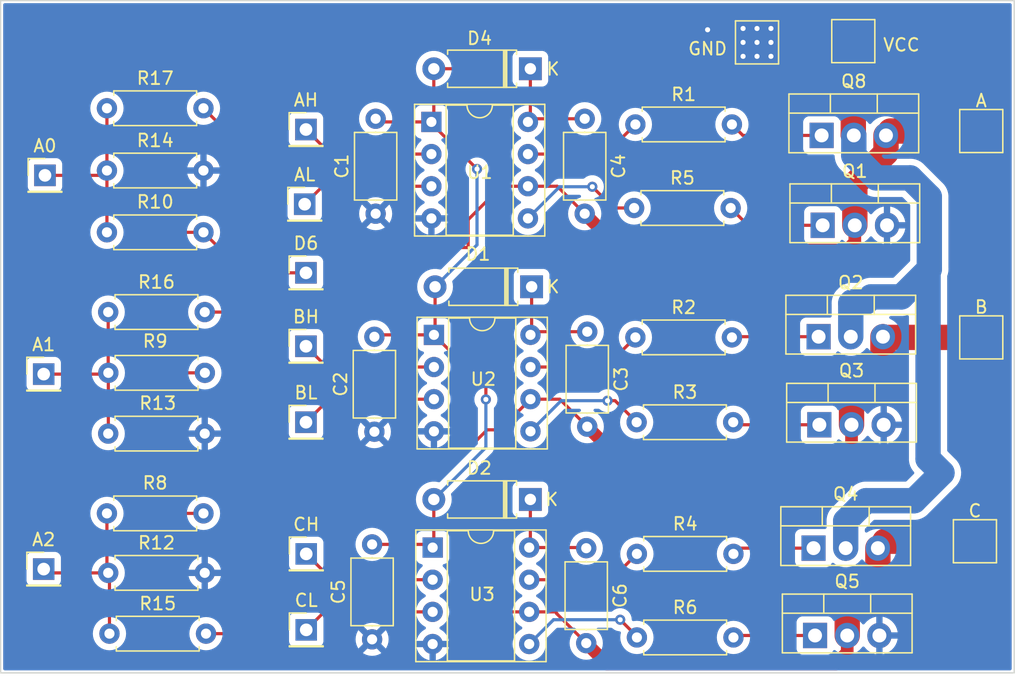
<source format=kicad_pcb>
(kicad_pcb (version 20221018) (generator pcbnew)
  (layers (0 "F.Cu" signal) (31 "B.Cu" signal) (34 "B.Paste" user) (35 "F.Paste" user) (36 "B.SilkS" user "B.Silkscreen") (37 "F.SilkS" user "F.Silkscreen") (38 "B.Mask" user) (39 "F.Mask" user) (44 "Edge.Cuts" user))
  (net 0 "")
  (net 1 "GND")
  (net 2 "12V")
  (net 3 "Net-(D1-K)")
  (net 4 "PHASE_A")
  (net 5 "Net-(D4-K)")
  (net 6 "PHASE_B")
  (net 7 "Net-(D2-K)")
  (net 8 "PHASE_C")
  (net 9 "Net-(Q1-G)")
  (net 10 "Net-(Q2-G)")
  (net 11 "Net-(Q3-G)")
  (net 12 "Net-(Q4-G)")
  (net 13 "Net-(Q5-G)")
  (net 14 "Net-(Q8-G)")
  (net 15 "Net-(U1-HO)")
  (net 16 "Net-(U2-HO)")
  (net 17 "Net-(U2-LO)")
  (net 18 "Net-(U3-HO)")
  (net 19 "Net-(U1-LO)")
  (net 20 "Net-(U3-LO)")
  (net 21 "D6")
  (net 22 "A2")
  (net 23 "A1")
  (net 24 "A0")
  (net 25 "AH")
  (net 26 "AL")
  (net 27 "BH")
  (net 28 "BL")
  (net 29 "CH")
  (net 30 "CL")
  (footprint "TestPoint:TestPoint_Pad_3.0x3.0mm" (layer "F.Cu") (at 185.8 103.4)
    (fp_text reference "C" (at 0 -2.398) (layer "F.SilkS"))
    (fp_text value "PHASE_C")
    (pad "1" smd rect (at 0 0) (size 3 3) (layers "F.Cu" "F.Mask") (net 8 "PHASE_C"))
  )
  (footprint "Package_TO_SOT_THT:TO-220-3_Vertical" (layer "F.Cu") (at 173.7 71.345)
    (fp_text reference "Q8" (at 2.54 -4.27) (layer "F.SilkS"))
    (fp_text value "NMOS")
    (pad "1" thru_hole rect (at 0 0) (size 1.905 2) (drill 1.1) (layers "*.Cu" "*.Mask") (net 14 "Net-(Q8-G)"))
    (pad "2" thru_hole oval (at 2.54 0) (size 1.905 2) (drill 1.1) (layers "*.Cu" "*.Mask") (net 2 "12V"))
    (pad "3" thru_hole oval (at 5.08 0) (size 1.905 2) (drill 1.1) (layers "*.Cu" "*.Mask") (net 4 "PHASE_A"))
  )
  (footprint "Capacitor_THT:C_Axial_L5.1mm_D3.1mm_P7.50mm_Horizontal" (layer "F.Cu") (at 155.2 86.85 -90)
    (fp_text reference "C3" (at 3.75 -2.67 90) (layer "F.SilkS"))
    (fp_text value "2.2uF")
    (pad "1" thru_hole circle (at 0 0 270) (size 1.6 1.6) (drill 0.8) (layers "*.Cu" "*.Mask") (net 3 "Net-(D1-K)"))
    (pad "2" thru_hole oval (at 7.5 0 270) (size 1.6 1.6) (drill 0.8) (layers "*.Cu" "*.Mask") (net 6 "PHASE_B"))
  )
  (footprint "TestPoint:TestPoint_Pad_3.0x3.0mm" (layer "F.Cu") (at 176.2 63.9)
    (fp_text reference "VCC" (at 3.8 0.3) (layer "F.SilkS"))
    (fp_text value "12V")
    (pad "1" smd rect (at 0 0) (size 3 3) (layers "F.Cu" "F.Mask") (net 2 "12V"))
  )
  (footprint "Resistor_THT:R_Axial_DIN0207_L6.3mm_D2.5mm_P7.62mm_Horizontal" (layer "F.Cu") (at 159 70.48)
    (fp_text reference "R1" (at 3.81 -2.37) (layer "F.SilkS"))
    (fp_text value "100")
    (pad "1" thru_hole circle (at 0 0) (size 1.6 1.6) (drill 0.8) (layers "*.Cu" "*.Mask") (net 15 "Net-(U1-HO)"))
    (pad "2" thru_hole oval (at 7.62 0) (size 1.6 1.6) (drill 0.8) (layers "*.Cu" "*.Mask") (net 14 "Net-(Q8-G)"))
  )
  (footprint "Resistor_THT:R_Axial_DIN0207_L6.3mm_D2.5mm_P7.62mm_Horizontal" (layer "F.Cu") (at 117.29 69.2)
    (fp_text reference "R17" (at 3.81 -2.37) (layer "F.SilkS"))
    (fp_text value "33K")
    (pad "1" thru_hole circle (at 0 0) (size 1.6 1.6) (drill 0.8) (layers "*.Cu" "*.Mask") (net 24 "A0"))
    (pad "2" thru_hole oval (at 7.62 0) (size 1.6 1.6) (drill 0.8) (layers "*.Cu" "*.Mask") (net 4 "PHASE_A"))
  )
  (footprint "Capacitor_THT:C_Axial_L5.1mm_D3.1mm_P7.50mm_Horizontal" (layer "F.Cu") (at 138.4 94.75 90)
    (fp_text reference "C2" (at 3.75 -2.67 90) (layer "F.SilkS"))
    (fp_text value "10uF")
    (pad "1" thru_hole circle (at 0 0 90) (size 1.6 1.6) (drill 0.8) (layers "*.Cu" "*.Mask") (net 1 "GND"))
    (pad "2" thru_hole oval (at 7.5 0 90) (size 1.6 1.6) (drill 0.8) (layers "*.Cu" "*.Mask") (net 2 "12V"))
  )
  (footprint "Package_DIP:DIP-8_W7.62mm_Socket" (layer "F.Cu") (at 143 103.9)
    (fp_text reference "U3" (at 3.9 3.7) (layer "F.SilkS"))
    (fp_text value "IR2101")
    (pad "1" thru_hole rect (at 0 0) (size 1.6 1.6) (drill 0.8) (layers "*.Cu" "*.Mask") (net 2 "12V"))
    (pad "2" thru_hole oval (at 0 2.54) (size 1.6 1.6) (drill 0.8) (layers "*.Cu" "*.Mask") (net 29 "CH"))
    (pad "3" thru_hole oval (at 0 5.08) (size 1.6 1.6) (drill 0.8) (layers "*.Cu" "*.Mask") (net 30 "CL"))
    (pad "4" thru_hole oval (at 0 7.62) (size 1.6 1.6) (drill 0.8) (layers "*.Cu" "*.Mask") (net 1 "GND"))
    (pad "5" thru_hole oval (at 7.62 7.62) (size 1.6 1.6) (drill 0.8) (layers "*.Cu" "*.Mask") (net 20 "Net-(U3-LO)"))
    (pad "6" thru_hole oval (at 7.62 5.08) (size 1.6 1.6) (drill 0.8) (layers "*.Cu" "*.Mask") (net 8 "PHASE_C"))
    (pad "7" thru_hole oval (at 7.62 2.54) (size 1.6 1.6) (drill 0.8) (layers "*.Cu" "*.Mask") (net 18 "Net-(U3-HO)"))
    (pad "8" thru_hole oval (at 7.62 0) (size 1.6 1.6) (drill 0.8) (layers "*.Cu" "*.Mask") (net 7 "Net-(D2-K)"))
  )
  (footprint "Connector_PinHeader_2.54mm:PinHeader_1x01_P2.54mm_Vertical" (layer "F.Cu") (at 112.3 105.6)
    (fp_text reference "A2" (at 0 -2.33) (layer "F.SilkS"))
    (fp_text value "A2")
    (pad "1" thru_hole rect (at 0 0) (size 1.7 1.7) (drill 1) (layers "*.Cu" "*.Mask") (net 22 "A2"))
  )
  (footprint "Capacitor_THT:C_Axial_L5.1mm_D3.1mm_P7.50mm_Horizontal" (layer "F.Cu") (at 138.22 111.15 90)
    (fp_text reference "C5" (at 3.75 -2.67 90) (layer "F.SilkS"))
    (fp_text value "10uF")
    (pad "1" thru_hole circle (at 0 0 90) (size 1.6 1.6) (drill 0.8) (layers "*.Cu" "*.Mask") (net 1 "GND"))
    (pad "2" thru_hole oval (at 7.5 0 90) (size 1.6 1.6) (drill 0.8) (layers "*.Cu" "*.Mask") (net 2 "12V"))
  )
  (footprint "Resistor_THT:R_Axial_DIN0207_L6.3mm_D2.5mm_P7.62mm_Horizontal" (layer "F.Cu") (at 124.91 79 180)
    (fp_text reference "R10" (at 3.81 2.4) (layer "F.SilkS"))
    (fp_text value "33K")
    (pad "1" thru_hole circle (at 0 0 180) (size 1.6 1.6) (drill 0.8) (layers "*.Cu" "*.Mask") (net 21 "D6"))
    (pad "2" thru_hole oval (at 7.62 0 180) (size 1.6 1.6) (drill 0.8) (layers "*.Cu" "*.Mask") (net 24 "A0"))
  )
  (footprint "Connector_PinHeader_2.54mm:PinHeader_1x01_P2.54mm_Vertical" (layer "F.Cu") (at 133 70.88)
    (fp_text reference "AH" (at 0 -2.33) (layer "F.SilkS"))
    (fp_text value "AH")
    (pad "1" thru_hole rect (at 0 0) (size 1.7 1.7) (drill 1) (layers "*.Cu" "*.Mask") (net 25 "AH"))
  )
  (footprint "Resistor_THT:R_Axial_DIN0207_L6.3mm_D2.5mm_P7.62mm_Horizontal" (layer "F.Cu") (at 117.29 74.12)
    (fp_text reference "R14" (at 3.81 -2.37) (layer "F.SilkS"))
    (fp_text value "10K")
    (pad "1" thru_hole circle (at 0 0) (size 1.6 1.6) (drill 0.8) (layers "*.Cu" "*.Mask") (net 24 "A0"))
    (pad "2" thru_hole oval (at 7.62 0) (size 1.6 1.6) (drill 0.8) (layers "*.Cu" "*.Mask") (net 1 "GND"))
  )
  (footprint "Connector_PinHeader_2.54mm:PinHeader_1x01_P2.54mm_Vertical" (layer "F.Cu") (at 112.3 90.2)
    (fp_text reference "A1" (at 0 -2.33) (layer "F.SilkS"))
    (fp_text value "A1")
    (pad "1" thru_hole rect (at 0 0) (size 1.7 1.7) (drill 1) (layers "*.Cu" "*.Mask") (net 23 "A1"))
  )
  (footprint "Resistor_THT:R_Axial_DIN0207_L6.3mm_D2.5mm_P7.62mm_Horizontal" (layer "F.Cu") (at 117.49 110.7)
    (fp_text reference "R15" (at 3.81 -2.37) (layer "F.SilkS"))
    (fp_text value "33K")
    (pad "1" thru_hole circle (at 0 0) (size 1.6 1.6) (drill 0.8) (layers "*.Cu" "*.Mask") (net 22 "A2"))
    (pad "2" thru_hole oval (at 7.62 0) (size 1.6 1.6) (drill 0.8) (layers "*.Cu" "*.Mask") (net 8 "PHASE_C"))
  )
  (footprint "Resistor_THT:R_Axial_DIN0207_L6.3mm_D2.5mm_P7.62mm_Horizontal" (layer "F.Cu") (at 117.39 105.9)
    (fp_text reference "R12" (at 3.81 -2.37) (layer "F.SilkS"))
    (fp_text value "10K")
    (pad "1" thru_hole circle (at 0 0) (size 1.6 1.6) (drill 0.8) (layers "*.Cu" "*.Mask") (net 22 "A2"))
    (pad "2" thru_hole oval (at 7.62 0) (size 1.6 1.6) (drill 0.8) (layers "*.Cu" "*.Mask") (net 1 "GND"))
  )
  (footprint "TestPoint:TestPoint_Pad_3.0x3.0mm" (layer "F.Cu") (at 186.3 71)
    (fp_text reference "A" (at 0 -2.398) (layer "F.SilkS"))
    (fp_text value "PHASE_A")
    (pad "1" smd rect (at 0 0) (size 3 3) (layers "F.Cu" "F.Mask") (net 4 "PHASE_A"))
  )
  (footprint "Resistor_THT:R_Axial_DIN0207_L6.3mm_D2.5mm_P7.62mm_Horizontal" (layer "F.Cu") (at 159.12 111)
    (fp_text reference "R6" (at 3.81 -2.37) (layer "F.SilkS"))
    (fp_text value "100")
    (pad "1" thru_hole circle (at 0 0) (size 1.6 1.6) (drill 0.8) (layers "*.Cu" "*.Mask") (net 20 "Net-(U3-LO)"))
    (pad "2" thru_hole oval (at 7.62 0) (size 1.6 1.6) (drill 0.8) (layers "*.Cu" "*.Mask") (net 13 "Net-(Q5-G)"))
  )
  (footprint "Resistor_THT:R_Axial_DIN0207_L6.3mm_D2.5mm_P7.62mm_Horizontal" (layer "F.Cu") (at 117.39 85.3)
    (fp_text reference "R16" (at 3.81 -2.37) (layer "F.SilkS"))
    (fp_text value "33K")
    (pad "1" thru_hole circle (at 0 0) (size 1.6 1.6) (drill 0.8) (layers "*.Cu" "*.Mask") (net 23 "A1"))
    (pad "2" thru_hole oval (at 7.62 0) (size 1.6 1.6) (drill 0.8) (layers "*.Cu" "*.Mask") (net 6 "PHASE_B"))
  )
  (footprint "Resistor_THT:R_Axial_DIN0207_L6.3mm_D2.5mm_P7.62mm_Horizontal" (layer "F.Cu") (at 159 87.3)
    (fp_text reference "R2" (at 3.81 -2.37) (layer "F.SilkS"))
    (fp_text value "100")
    (pad "1" thru_hole circle (at 0 0) (size 1.6 1.6) (drill 0.8) (layers "*.Cu" "*.Mask") (net 16 "Net-(U2-HO)"))
    (pad "2" thru_hole oval (at 7.62 0) (size 1.6 1.6) (drill 0.8) (layers "*.Cu" "*.Mask") (net 10 "Net-(Q2-G)"))
  )
  (footprint "Connector_PinHeader_2.54mm:PinHeader_1x01_P2.54mm_Vertical" (layer "F.Cu") (at 133 94)
    (fp_text reference "BL" (at 0 -2.33) (layer "F.SilkS"))
    (fp_text value "BL")
    (pad "1" thru_hole rect (at 0 0) (size 1.7 1.7) (drill 1) (layers "*.Cu" "*.Mask") (net 28 "BL"))
  )
  (footprint "Resistor_THT:R_Axial_DIN0207_L6.3mm_D2.5mm_P7.62mm_Horizontal" (layer "F.Cu") (at 158.9 77.08)
    (fp_text reference "R5" (at 3.81 -2.37) (layer "F.SilkS"))
    (fp_text value "100")
    (pad "1" thru_hole circle (at 0 0) (size 1.6 1.6) (drill 0.8) (layers "*.Cu" "*.Mask") (net 19 "Net-(U1-LO)"))
    (pad "2" thru_hole oval (at 7.62 0) (size 1.6 1.6) (drill 0.8) (layers "*.Cu" "*.Mask") (net 9 "Net-(Q1-G)"))
  )
  (footprint "Package_DIP:DIP-8_W7.62mm_Socket" (layer "F.Cu") (at 142.9 70.28)
    (fp_text reference "U1" (at 3.82 3.98) (layer "F.SilkS"))
    (fp_text value "IR2101")
    (pad "1" thru_hole rect (at 0 0) (size 1.6 1.6) (drill 0.8) (layers "*.Cu" "*.Mask") (net 2 "12V"))
    (pad "2" thru_hole oval (at 0 2.54) (size 1.6 1.6) (drill 0.8) (layers "*.Cu" "*.Mask") (net 25 "AH"))
    (pad "3" thru_hole oval (at 0 5.08) (size 1.6 1.6) (drill 0.8) (layers "*.Cu" "*.Mask") (net 26 "AL"))
    (pad "4" thru_hole oval (at 0 7.62) (size 1.6 1.6) (drill 0.8) (layers "*.Cu" "*.Mask") (net 1 "GND"))
    (pad "5" thru_hole oval (at 7.62 7.62) (size 1.6 1.6) (drill 0.8) (layers "*.Cu" "*.Mask") (net 19 "Net-(U1-LO)"))
    (pad "6" thru_hole oval (at 7.62 5.08) (size 1.6 1.6) (drill 0.8) (layers "*.Cu" "*.Mask") (net 4 "PHASE_A"))
    (pad "7" thru_hole oval (at 7.62 2.54) (size 1.6 1.6) (drill 0.8) (layers "*.Cu" "*.Mask") (net 15 "Net-(U1-HO)"))
    (pad "8" thru_hole oval (at 7.62 0) (size 1.6 1.6) (drill 0.8) (layers "*.Cu" "*.Mask") (net 5 "Net-(D4-K)"))
  )
  (footprint "Capacitor_THT:C_Axial_L5.1mm_D3.1mm_P7.50mm_Horizontal" (layer "F.Cu") (at 138.5 77.53 90)
    (fp_text reference "C1" (at 3.75 -2.67 90) (layer "F.SilkS"))
    (fp_text value "10uF")
    (pad "1" thru_hole circle (at 0 0 90) (size 1.6 1.6) (drill 0.8) (layers "*.Cu" "*.Mask") (net 1 "GND"))
    (pad "2" thru_hole oval (at 7.5 0 90) (size 1.6 1.6) (drill 0.8) (layers "*.Cu" "*.Mask") (net 2 "12V"))
  )
  (footprint "Connector_PinHeader_2.54mm:PinHeader_1x01_P2.54mm_Vertical" (layer "F.Cu") (at 132.9 76.78)
    (fp_text reference "AL" (at 0 -2.33) (layer "F.SilkS"))
    (fp_text value "AL")
    (pad "1" thru_hole rect (at 0 0) (size 1.7 1.7) (drill 1) (layers "*.Cu" "*.Mask") (net 26 "AL"))
  )
  (footprint "TestPoint:TestPoint_Pad_3.0x3.0mm" (layer "F.Cu") (at 186.3 87.3)
    (fp_text reference "B" (at 0 -2.398) (layer "F.SilkS"))
    (fp_text value "PHASE_B")
    (pad "1" smd rect (at 0 0) (size 3 3) (layers "F.Cu" "F.Mask") (net 6 "PHASE_B"))
  )
  (footprint "Diode_THT:D_A-405_P7.62mm_Horizontal" (layer "F.Cu") (at 150.81 83.3 180)
    (fp_text reference "D1" (at 4.23 2.58) (layer "F.SilkS"))
    (fp_text value "D")
    (fp_text user "K" (at -1.69 0) (layer "F.SilkS"))
    (pad "1" thru_hole rect (at 0 0 180) (size 1.8 1.8) (drill 0.9) (layers "*.Cu" "*.Mask") (net 3 "Net-(D1-K)"))
    (pad "2" thru_hole oval (at 7.62 0 180) (size 1.8 1.8) (drill 0.9) (layers "*.Cu" "*.Mask") (net 2 "12V"))
  )
  (footprint "Resistor_THT:R_Axial_DIN0207_L6.3mm_D2.5mm_P7.62mm_Horizontal" (layer "F.Cu") (at 125.02 90.1 180)
    (fp_text reference "R9" (at 3.92 2.5) (layer "F.SilkS"))
    (fp_text value "33K")
    (pad "1" thru_hole circle (at 0 0 180) (size 1.6 1.6) (drill 0.8) (layers "*.Cu" "*.Mask") (net 21 "D6"))
    (pad "2" thru_hole oval (at 7.62 0 180) (size 1.6 1.6) (drill 0.8) (layers "*.Cu" "*.Mask") (net 23 "A1"))
  )
  (footprint "Connector_PinHeader_2.54mm:PinHeader_1x01_P2.54mm_Vertical" (layer "F.Cu") (at 133 82.2)
    (fp_text reference "D6" (at 0 -2.33) (layer "F.SilkS"))
    (fp_text value "D6")
    (pad "1" thru_hole rect (at 0 0) (size 1.7 1.7) (drill 1) (layers "*.Cu" "*.Mask") (net 21 "D6"))
  )
  (footprint "Diode_THT:D_A-405_P7.62mm_Horizontal" (layer "F.Cu") (at 150.71 66.08 180)
    (fp_text reference "D4" (at 4.01 2.4) (layer "F.SilkS"))
    (fp_text value "D")
    (fp_text user "K" (at -1.79 -0.02) (layer "F.SilkS"))
    (pad "1" thru_hole rect (at 0 0 180) (size 1.8 1.8) (drill 0.9) (layers "*.Cu" "*.Mask") (net 5 "Net-(D4-K)"))
    (pad "2" thru_hole oval (at 7.62 0 180) (size 1.8 1.8) (drill 0.9) (layers "*.Cu" "*.Mask") (net 2 "12V"))
  )
  (footprint "Package_TO_SOT_THT:TO-220-3_Vertical" (layer "F.Cu") (at 173.06 103.945)
    (fp_text reference "Q4" (at 2.54 -4.27) (layer "F.SilkS"))
    (fp_text value "NMOS")
    (pad "1" thru_hole rect (at 0 0) (size 1.905 2) (drill 1.1) (layers "*.Cu" "*.Mask") (net 12 "Net-(Q4-G)"))
    (pad "2" thru_hole oval (at 2.54 0) (size 1.905 2) (drill 1.1) (layers "*.Cu" "*.Mask") (net 2 "12V"))
    (pad "3" thru_hole oval (at 5.08 0) (size 1.905 2) (drill 1.1) (layers "*.Cu" "*.Mask") (net 8 "PHASE_C"))
  )
  (footprint "Connector_PinHeader_2.54mm:PinHeader_1x01_P2.54mm_Vertical" (layer "F.Cu") (at 133.02 104.4)
    (fp_text reference "CH" (at 0 -2.33) (layer "F.SilkS"))
    (fp_text value "CH")
    (pad "1" thru_hole rect (at 0 0) (size 1.7 1.7) (drill 1) (layers "*.Cu" "*.Mask") (net 29 "CH"))
  )
  (footprint "Connector_PinHeader_2.54mm:PinHeader_1x01_P2.54mm_Vertical" (layer "F.Cu") (at 133.02 110.4)
    (fp_text reference "CL" (at 0 -2.33) (layer "F.SilkS"))
    (fp_text value "CL")
    (pad "1" thru_hole rect (at 0 0) (size 1.7 1.7) (drill 1) (layers "*.Cu" "*.Mask") (net 30 "CL"))
  )
  (footprint "Capacitor_THT:C_Axial_L5.1mm_D3.1mm_P7.50mm_Horizontal" (layer "F.Cu") (at 155.12 103.95 -90)
    (fp_text reference "C6" (at 3.75 -2.67 90) (layer "F.SilkS"))
    (fp_text value "2.2uF")
    (pad "1" thru_hole circle (at 0 0 270) (size 1.6 1.6) (drill 0.8) (layers "*.Cu" "*.Mask") (net 7 "Net-(D2-K)"))
    (pad "2" thru_hole oval (at 7.5 0 270) (size 1.6 1.6) (drill 0.8) (layers "*.Cu" "*.Mask") (net 8 "PHASE_C"))
  )
  (footprint "Resistor_THT:R_Axial_DIN0207_L6.3mm_D2.5mm_P7.62mm_Horizontal" (layer "F.Cu") (at 124.91 101.2 180)
    (fp_text reference "R8" (at 3.82 2.4) (layer "F.SilkS"))
    (fp_text value "33K")
    (pad "1" thru_hole circle (at 0 0 180) (size 1.6 1.6) (drill 0.8) (layers "*.Cu" "*.Mask") (net 21 "D6"))
    (pad "2" thru_hole oval (at 7.62 0 180) (size 1.6 1.6) (drill 0.8) (layers "*.Cu" "*.Mask") (net 22 "A2"))
  )
  (footprint "Package_TO_SOT_THT:TO-220-3_Vertical" (layer "F.Cu") (at 173.52 94.2)
    (fp_text reference "Q3" (at 2.54 -4.27) (layer "F.SilkS"))
    (fp_text value "NMOS")
    (pad "1" thru_hole rect (at 0 0) (size 1.905 2) (drill 1.1) (layers "*.Cu" "*.Mask") (net 11 "Net-(Q3-G)"))
    (pad "2" thru_hole oval (at 2.54 0) (size 1.905 2) (drill 1.1) (layers "*.Cu" "*.Mask") (net 6 "PHASE_B"))
    (pad "3" thru_hole oval (at 5.08 0) (size 1.905 2) (drill 1.1) (layers "*.Cu" "*.Mask") (net 1 "GND"))
  )
  (footprint "Connector_PinHeader_2.54mm:PinHeader_1x01_P2.54mm_Vertical" (layer "F.Cu") (at 133 88)
    (fp_text reference "BH" (at 0 -2.33) (layer "F.SilkS"))
    (fp_text value "BH")
    (pad "1" thru_hole rect (at 0 0) (size 1.7 1.7) (drill 1) (layers "*.Cu" "*.Mask") (net 27 "BH"))
  )
  (footprint "Package_TO_SOT_THT:TO-220-3_Vertical" (layer "F.Cu") (at 173.78 78.445)
    (fp_text reference "Q1" (at 2.54 -4.27) (layer "F.SilkS"))
    (fp_text value "NMOS")
    (pad "1" thru_hole rect (at 0 0) (size 1.905 2) (drill 1.1) (layers "*.Cu" "*.Mask") (net 9 "Net-(Q1-G)"))
    (pad "2" thru_hole oval (at 2.54 0) (size 1.905 2) (drill 1.1) (layers "*.Cu" "*.Mask") (net 4 "PHASE_A"))
    (pad "3" thru_hole oval (at 5.08 0) (size 1.905 2) (drill 1.1) (layers "*.Cu" "*.Mask") (net 1 "GND"))
  )
  (footprint "Diode_THT:D_A-405_P7.62mm_Horizontal" (layer "F.Cu") (at 150.71 100.1 180)
    (fp_text reference "D2" (at 4.03 2.48) (layer "F.SilkS"))
    (fp_text value "D")
    (fp_text user "K" (at -1.69 0) (layer "F.SilkS"))
    (pad "1" thru_hole rect (at 0 0 180) (size 1.8 1.8) (drill 0.9) (layers "*.Cu" "*.Mask") (net 7 "Net-(D2-K)"))
    (pad "2" thru_hole oval (at 7.62 0 180) (size 1.8 1.8) (drill 0.9) (layers "*.Cu" "*.Mask") (net 2 "12V"))
  )
  (footprint "Capacitor_THT:C_Axial_L5.1mm_D3.1mm_P7.50mm_Horizontal" (layer "F.Cu") (at 155 70.03 -90)
    (fp_text reference "C4" (at 3.75 -2.67 90) (layer "F.SilkS"))
    (fp_text value "2.2uF")
    (pad "1" thru_hole circle (at 0 0 270) (size 1.6 1.6) (drill 0.8) (layers "*.Cu" "*.Mask") (net 5 "Net-(D4-K)"))
    (pad "2" thru_hole oval (at 7.5 0 270) (size 1.6 1.6) (drill 0.8) (layers "*.Cu" "*.Mask") (net 4 "PHASE_A"))
  )
  (footprint "Resistor_THT:R_Axial_DIN0207_L6.3mm_D2.5mm_P7.62mm_Horizontal" (layer "F.Cu") (at 117.39 94.9)
    (fp_text reference "R13" (at 3.91 -2.4) (layer "F.SilkS"))
    (fp_text value "10K")
    (pad "1" thru_hole circle (at 0 0) (size 1.6 1.6) (drill 0.8) (layers "*.Cu" "*.Mask") (net 23 "A1"))
    (pad "2" thru_hole oval (at 7.62 0) (size 1.6 1.6) (drill 0.8) (layers "*.Cu" "*.Mask") (net 1 "GND"))
  )
  (footprint "Package_DIP:DIP-8_W7.62mm_Socket" (layer "F.Cu") (at 143.1 87.1)
    (fp_text reference "U2" (at 3.9 3.5) (layer "F.SilkS"))
    (fp_text value "IR2101")
    (pad "1" thru_hole rect (at 0 0) (size 1.6 1.6) (drill 0.8) (layers "*.Cu" "*.Mask") (net 2 "12V"))
    (pad "2" thru_hole oval (at 0 2.54) (size 1.6 1.6) (drill 0.8) (layers "*.Cu" "*.Mask") (net 27 "BH"))
    (pad "3" thru_hole oval (at 0 5.08) (size 1.6 1.6) (drill 0.8) (layers "*.Cu" "*.Mask") (net 28 "BL"))
    (pad "4" thru_hole oval (at 0 7.62) (size 1.6 1.6) (drill 0.8) (layers "*.Cu" "*.Mask") (net 1 "GND"))
    (pad "5" thru_hole oval (at 7.62 7.62) (size 1.6 1.6) (drill 0.8) (layers "*.Cu" "*.Mask") (net 17 "Net-(U2-LO)"))
    (pad "6" thru_hole oval (at 7.62 5.08) (size 1.6 1.6) (drill 0.8) (layers "*.Cu" "*.Mask") (net 6 "PHASE_B"))
    (pad "7" thru_hole oval (at 7.62 2.54) (size 1.6 1.6) (drill 0.8) (layers "*.Cu" "*.Mask") (net 16 "Net-(U2-HO)"))
    (pad "8" thru_hole oval (at 7.62 0) (size 1.6 1.6) (drill 0.8) (layers "*.Cu" "*.Mask") (net 3 "Net-(D1-K)"))
  )
  (footprint "Resistor_THT:R_Axial_DIN0207_L6.3mm_D2.5mm_P7.62mm_Horizontal" (layer "F.Cu") (at 159.1 94)
    (fp_text reference "R3" (at 3.81 -2.37) (layer "F.SilkS"))
    (fp_text value "100")
    (pad "1" thru_hole circle (at 0 0) (size 1.6 1.6) (drill 0.8) (layers "*.Cu" "*.Mask") (net 17 "Net-(U2-LO)"))
    (pad "2" thru_hole oval (at 7.62 0) (size 1.6 1.6) (drill 0.8) (layers "*.Cu" "*.Mask") (net 11 "Net-(Q3-G)"))
  )
  (footprint "Package_TO_SOT_THT:TO-220-3_Vertical" (layer "F.Cu") (at 173.18 110.845)
    (fp_text reference "Q5" (at 2.54 -4.27) (layer "F.SilkS"))
    (fp_text value "NMOS")
    (pad "1" thru_hole rect (at 0 0) (size 1.905 2) (drill 1.1) (layers "*.Cu" "*.Mask") (net 13 "Net-(Q5-G)"))
    (pad "2" thru_hole oval (at 2.54 0) (size 1.905 2) (drill 1.1) (layers "*.Cu" "*.Mask") (net 8 "PHASE_C"))
    (pad "3" thru_hole oval (at 5.08 0) (size 1.905 2) (drill 1.1) (layers "*.Cu" "*.Mask") (net 1 "GND"))
  )
  (footprint "Connector_PinHeader_2.54mm:PinHeader_1x01_P2.54mm_Vertical" (layer "F.Cu") (at 112.4 74.5)
    (fp_text reference "A0" (at 0 -2.33) (layer "F.SilkS"))
    (fp_text value "A0")
    (pad "1" thru_hole rect (at 0 0) (size 1.7 1.7) (drill 1) (layers "*.Cu" "*.Mask") (net 24 "A0"))
  )
  (footprint "Package_TO_SOT_THT:TO-220-3_Vertical" (layer "F.Cu") (at 173.46 87.245)
    (fp_text reference "Q2" (at 2.54 -4.27) (layer "F.SilkS"))
    (fp_text value "NMOS")
    (pad "1" thru_hole rect (at 0 0) (size 1.905 2) (drill 1.1) (layers "*.Cu" "*.Mask") (net 10 "Net-(Q2-G)"))
    (pad "2" thru_hole oval (at 2.54 0) (size 1.905 2) (drill 1.1) (layers "*.Cu" "*.Mask") (net 2 "12V"))
    (pad "3" thru_hole oval (at 5.08 0) (size 1.905 2) (drill 1.1) (layers "*.Cu" "*.Mask") (net 6 "PHASE_B"))
  )
  (footprint "Resistor_THT:R_Axial_DIN0207_L6.3mm_D2.5mm_P7.62mm_Horizontal" (layer "F.Cu") (at 159.12 104.4)
    (fp_text reference "R4" (at 3.81 -2.37) (layer "F.SilkS"))
    (fp_text value "100")
    (pad "1" thru_hole circle (at 0 0) (size 1.6 1.6) (drill 0.8) (layers "*.Cu" "*.Mask") (net 18 "Net-(U3-HO)"))
    (pad "2" thru_hole oval (at 7.62 0) (size 1.6 1.6) (drill 0.8) (layers "*.Cu" "*.Mask") (net 12 "Net-(Q4-G)"))
  )
  (footprint "TestPoint:TestPoint_Pad_3.0x3.0mm" (layer "F.Cu") (at 168.6 64)
    (fp_text reference "GND" (at -3.9 0.5) (layer "F.SilkS"))
    (fp_text value "GND")
    (pad "1" smd rect (at 0 0) (size 3 3) (layers "F.Cu" "F.Mask") (net 1 "GND"))
  )
  (gr_rect (start 108.9 60.7) (end 188.9 113.8) (stroke (width 0.1)) (fill none) (layer "Edge.Cuts"))
  (segment (start 165.7 64) (end 164.7 63) (width 0.25) (layer "F.Cu") (net 1))
  (segment (start 167.5 64) (end 165.7 64) (width 0.25) (layer "F.Cu") (net 1))
  (segment (start 168.6 64) (end 167.5 64) (width 0.25) (layer "F.Cu") (net 1))
  (via (at 168.6 65.1) (size 0.8) (drill 0.4) (layers "F.Cu" "B.Cu") (net 1))
  (via (at 167.5 62.9) (size 0.8) (drill 0.4) (layers "F.Cu" "B.Cu") (net 1))
  (via (at 167.5 65.1) (size 0.8) (drill 0.4) (layers "F.Cu" "B.Cu") (net 1))
  (via (at 169.7 62.9) (size 0.8) (drill 0.4) (layers "F.Cu" "B.Cu") (net 1))
  (via (at 164.7 63) (size 0.8) (drill 0.4) (layers "F.Cu" "B.Cu") (net 1))
  (via (at 168.6 64) (size 0.8) (drill 0.4) (layers "F.Cu" "B.Cu") (net 1))
  (via (at 168.6 62.9) (size 0.8) (drill 0.4) (layers "F.Cu" "B.Cu") (net 1))
  (via (at 169.7 64) (size 0.8) (drill 0.4) (layers "F.Cu" "B.Cu") (net 1))
  (via (at 167.5 64) (size 0.8) (drill 0.4) (layers "F.Cu" "B.Cu") (net 1))
  (via (at 169.7 65.1) (size 0.8) (drill 0.4) (layers "F.Cu" "B.Cu") (net 1))
  (segment (start 143.1 87.1) (end 138.55 87.1) (width 0.25) (layer "F.Cu") (net 2))
  (segment (start 142.9 70.28) (end 142.9 70.4) (width 0.25) (layer "F.Cu") (net 2))
  (segment (start 142.75 103.65) (end 143 103.9) (width 0.25) (layer "F.Cu") (net 2))
  (segment (start 159.7 64.4) (end 162.6 67.3) (width 0.25) (layer "F.Cu") (net 2))
  (segment (start 176.2 67.3) (end 176.2 71.305) (width 2) (layer "F.Cu") (net 2))
  (segment (start 146.32 66.08) (end 148 64.4) (width 0.25) (layer "F.Cu") (net 2))
  (segment (start 142.9 70.28) (end 138.75 70.28) (width 0.25) (layer "F.Cu") (net 2))
  (segment (start 143.09 100.1) (end 143.09 103.81) (width 0.25) (layer "F.Cu") (net 2))
  (segment (start 142.9 70.4) (end 146.5 74) (width 0.25) (layer "F.Cu") (net 2))
  (segment (start 176.2 63.9) (end 176.2 67.3) (width 2) (layer "F.Cu") (net 2))
  (segment (start 143.09 66.08) (end 143.09 70.09) (width 0.25) (layer "F.Cu") (net 2))
  (segment (start 138.75 70.28) (end 138.5 70.03) (width 0.25) (layer "F.Cu") (net 2))
  (segment (start 143.1 87.1) (end 147.2 91.2) (width 0.25) (layer "F.Cu") (net 2))
  (segment (start 138.22 103.65) (end 142.75 103.65) (width 0.25) (layer "F.Cu") (net 2))
  (segment (start 143.09 66.08) (end 146.32 66.08) (width 0.25) (layer "F.Cu") (net 2))
  (segment (start 143.19 87.01) (end 143.1 87.1) (width 0.25) (layer "F.Cu") (net 2))
  (segment (start 162.6 67.3) (end 176.2 67.3) (width 0.25) (layer "F.Cu") (net 2))
  (segment (start 176.2 71.305) (end 176.24 71.345) (width 2) (layer "F.Cu") (net 2))
  (segment (start 143.19 83.3) (end 143.19 87.01) (width 0.25) (layer "F.Cu") (net 2))
  (segment (start 138.55 87.1) (end 138.4 87.25) (width 0.25) (layer "F.Cu") (net 2))
  (segment (start 143.09 70.09) (end 142.9 70.28) (width 0.25) (layer "F.Cu") (net 2))
  (segment (start 147.2 91.2) (end 147.2 92.2) (width 0.25) (layer "F.Cu") (net 2))
  (segment (start 148 64.4) (end 159.7 64.4) (width 0.25) (layer "F.Cu") (net 2))
  (segment (start 143.09 103.81) (end 143 103.9) (width 0.25) (layer "F.Cu") (net 2))
  (via (at 146.5 74) (size 0.8) (drill 0.4) (layers "F.Cu" "B.Cu") (net 2))
  (via (at 147.2 92.2) (size 0.8) (drill 0.4) (layers "F.Cu" "B.Cu") (net 2))
  (segment (start 180.7 74.7) (end 182.2 76.2) (width 2) (layer "B.Cu") (net 2))
  (segment (start 147.2 95.99) (end 143.09 100.1) (width 0.25) (layer "B.Cu") (net 2))
  (segment (start 181 100.2) (end 183.2 98) (width 2) (layer "B.Cu") (net 2))
  (segment (start 182.1 96.9) (end 182.1 82) (width 2) (layer "B.Cu") (net 2))
  (segment (start 176.1 84.5) (end 176 84.6) (width 2) (layer "B.Cu") (net 2))
  (segment (start 177.6 84.1) (end 177.2 84.5) (width 2) (layer "B.Cu") (net 2))
  (segment (start 146.5 79.99) (end 143.19 83.3) (width 0.25) (layer "B.Cu") (net 2))
  (segment (start 147.2 92.2) (end 147.2 95.99) (width 0.25) (layer "B.Cu") (net 2))
  (segment (start 176 84.6) (end 176 87.245) (width 2) (layer "B.Cu") (net 2))
  (segment (start 178 74.7) (end 180.7 74.7) (width 2) (layer "B.Cu") (net 2))
  (segment (start 175.6 101.8) (end 177.2 100.2) (width 2) (layer "B.Cu") (net 2))
  (segment (start 176.24 72.94) (end 178 74.7) (width 2) (layer "B.Cu") (net 2))
  (segment (start 182.2 76.2) (end 182.2 81.9) (width 2) (layer "B.Cu") (net 2))
  (segment (start 182.2 81.9) (end 182.1 82) (width 2) (layer "B.Cu") (net 2))
  (segment (start 176.24 71.345) (end 176.24 72.94) (width 2) (layer "B.Cu") (net 2))
  (segment (start 183.2 98) (end 182.1 96.9) (width 2) (layer "B.Cu") (net 2))
  (segment (start 177.2 84.5) (end 176.1 84.5) (width 2) (layer "B.Cu") (net 2))
  (segment (start 146.5 74) (end 146.5 79.99) (width 0.25) (layer "B.Cu") (net 2))
  (segment (start 180 84.1) (end 177.6 84.1) (width 2) (layer "B.Cu") (net 2))
  (segment (start 175.6 103.945) (end 175.6 101.8) (width 2) (layer "B.Cu") (net 2))
  (segment (start 177.2 100.2) (end 181 100.2) (width 2) (layer "B.Cu") (net 2))
  (segment (start 182.1 82) (end 180 84.1) (width 2) (layer "B.Cu") (net 2))
  (segment (start 150.81 83.3) (end 150.81 87.01) (width 0.25) (layer "F.Cu") (net 3))
  (segment (start 155.2 86.85) (end 150.97 86.85) (width 0.25) (layer "F.Cu") (net 3))
  (segment (start 150.97 86.85) (end 150.72 87.1) (width 0.25) (layer "F.Cu") (net 3))
  (segment (start 150.81 87.01) (end 150.72 87.1) (width 0.25) (layer "F.Cu") (net 3))
  (segment (start 179.125 71) (end 178.78 71.345) (width 0.25) (layer "F.Cu") (net 4))
  (segment (start 178.78 72.72) (end 176.32 75.18) (width 2) (layer "F.Cu") (net 4))
  (segment (start 124.91 69.2) (end 127.41 71.7) (width 0.25) (layer "F.Cu") (net 4))
  (segment (start 145.8 78) (end 148.44 75.36) (width 0.25) (layer "F.Cu") (net 4))
  (segment (start 157.87 80.4) (end 175.7 80.4) (width 1) (layer "F.Cu") (net 4))
  (segment (start 176.32 79.78) (end 176.32 78.445) (width 1) (layer "F.Cu") (net 4))
  (segment (start 145.8 80.2) (end 145.8 78) (width 0.25) (layer "F.Cu") (net 4))
  (segment (start 141.3 80.2) (end 145.8 80.2) (width 0.25) (layer "F.Cu") (net 4))
  (segment (start 140.5 81) (end 141.3 80.2) (width 0.25) (layer "F.Cu") (net 4))
  (segment (start 127.41 71.7) (end 128.1 71.7) (width 0.25) (layer "F.Cu") (net 4))
  (segment (start 129.2 72.8) (end 129.2 79.4) (width 0.25) (layer "F.Cu") (net 4))
  (segment (start 178.78 71.345) (end 178.78 72.72) (width 2) (layer "F.Cu") (net 4))
  (segment (start 176.32 75.18) (end 176.32 78.445) (width 2) (layer "F.Cu") (net 4))
  (segment (start 175.7 80.4) (end 176.32 79.78) (width 1) (layer "F.Cu") (net 4))
  (segment (start 155 77.53) (end 157.87 80.4) (width 1) (layer "F.Cu") (net 4))
  (segment (start 148.44 75.36) (end 150.52 75.36) (width 0.25) (layer "F.Cu") (net 4))
  (segment (start 129.2 79.4) (end 138.9 79.4) (width 0.25) (layer "F.Cu") (net 4))
  (segment (start 138.9 79.4) (end 140.5 81) (width 0.25) (layer "F.Cu") (net 4))
  (segment (start 152.83 75.36) (end 155 77.53) (width 0.25) (layer "F.Cu") (net 4))
  (segment (start 128.1 71.7) (end 129.2 72.8) (width 0.25) (layer "F.Cu") (net 4))
  (segment (start 150.52 75.36) (end 152.83 75.36) (width 0.25) (layer "F.Cu") (net 4))
  (segment (start 186.3 71) (end 179.125 71) (width 2) (layer "F.Cu") (net 4))
  (segment (start 150.71 66.08) (end 150.71 70.09) (width 0.25) (layer "F.Cu") (net 5))
  (segment (start 150.71 70.09) (end 150.52 70.28) (width 0.25) (layer "F.Cu") (net 5))
  (segment (start 155 70.03) (end 150.77 70.03) (width 0.25) (layer "F.Cu") (net 5))
  (segment (start 150.77 70.03) (end 150.52 70.28) (width 0.25) (layer "F.Cu") (net 5))
  (segment (start 130.4 97.6) (end 144.3 97.6) (width 0.25) (layer "F.Cu") (net 6))
  (segment (start 128.9 96.1) (end 130.4 97.6) (width 0.25) (layer "F.Cu") (net 6))
  (segment (start 176.06 94.2) (end 176.06 91.54) (width 2) (layer "F.Cu") (net 6))
  (segment (start 144.3 97.6) (end 147.3 94.6) (width 0.25) (layer "F.Cu") (net 6))
  (segment (start 148.3 94.6) (end 150.72 92.18) (width 0.25) (layer "F.Cu") (net 6))
  (segment (start 147.3 94.6) (end 148.3 94.6) (width 0.25) (layer "F.Cu") (net 6))
  (segment (start 157.1 96.25) (end 157.1 96.4) (width 0.25) (layer "F.Cu") (net 6))
  (segment (start 128.9 87.2) (end 128.9 96.1) (width 0.25) (layer "F.Cu") (net 6))
  (segment (start 186.3 87.3) (end 178.595 87.3) (width 2) (layer "F.Cu") (net 6))
  (segment (start 178.54 89.06) (end 178.54 87.245) (width 2) (layer "F.Cu") (net 6))
  (segment (start 178.595 87.3) (end 178.54 87.245) (width 0.25) (layer "F.Cu") (net 6))
  (segment (start 125.01 85.3) (end 127 85.3) (width 0.25) (layer "F.Cu") (net 6))
  (segment (start 176.06 95.74) (end 176.06 94.2) (width 1) (layer "F.Cu") (net 6))
  (segment (start 127 85.3) (end 128.9 87.2) (width 0.25) (layer "F.Cu") (net 6))
  (segment (start 175.4 96.4) (end 176.06 95.74) (width 1) (layer "F.Cu") (net 6))
  (segment (start 153.03 92.18) (end 155.2 94.35) (width 0.25) (layer "F.Cu") (net 6))
  (segment (start 155.2 94.35) (end 157.1 96.25) (width 1) (layer "F.Cu") (net 6))
  (segment (start 157.1 96.4) (end 175.4 96.4) (width 1) (layer "F.Cu") (net 6))
  (segment (start 150.72 92.18) (end 153.03 92.18) (width 0.25) (layer "F.Cu") (net 6))
  (segment (start 176.06 91.54) (end 178.54 89.06) (width 2) (layer "F.Cu") (net 6))
  (segment (start 150.71 100.1) (end 150.71 103.81) (width 0.25) (layer "F.Cu") (net 7))
  (segment (start 155.07 103.9) (end 155.12 103.95) (width 0.25) (layer "F.Cu") (net 7))
  (segment (start 150.62 103.9) (end 155.07 103.9) (width 0.25) (layer "F.Cu") (net 7))
  (segment (start 150.71 103.81) (end 150.62 103.9) (width 0.25) (layer "F.Cu") (net 7))
  (segment (start 155.12 111.45) (end 156.77 113.1) (width 1) (layer "F.Cu") (net 8))
  (segment (start 152.8 109.1) (end 152.68 108.98) (width 0.25) (layer "F.Cu") (net 8))
  (segment (start 141.1 112.8) (end 141.4 113.1) (width 0.25) (layer "F.Cu") (net 8))
  (segment (start 156.77 113.1) (end 174.8 113.1) (width 1) (layer "F.Cu") (net 8))
  (segment (start 152.8 109.13) (end 152.8 109.1) (width 0.25) (layer "F.Cu") (net 8))
  (segment (start 148 111.4) (end 148 110.2) (width 0.25) (layer "F.Cu") (net 8))
  (segment (start 127.2 110.7) (end 129.3 112.8) (width 0.25) (layer "F.Cu") (net 8))
  (segment (start 148 110.2) (end 149.22 108.98) (width 0.25) (layer "F.Cu") (net 8))
  (segment (start 178.14 105.76) (end 178.14 103.945) (width 2) (layer "F.Cu") (net 8))
  (segment (start 174.8 113.1) (end 175.72 112.18) (width 1) (layer "F.Cu") (net 8))
  (segment (start 125.11 110.7) (end 127.2 110.7) (width 0.25) (layer "F.Cu") (net 8))
  (segment (start 129.3 112.8) (end 141.1 112.8) (width 0.25) (layer "F.Cu") (net 8))
  (segment (start 185.8 103.4) (end 178.685 103.4) (width 2) (layer "F.Cu") (net 8))
  (segment (start 141.4 113.1) (end 146.3 113.1) (width 0.25) (layer "F.Cu") (net 8))
  (segment (start 178.685 103.4) (end 178.14 103.945) (width 0.25) (layer "F.Cu") (net 8))
  (segment (start 149.22 108.98) (end 150.62 108.98) (width 0.25) (layer "F.Cu") (net 8))
  (segment (start 155.12 111.45) (end 152.8 109.13) (width 0.25) (layer "F.Cu") (net 8))
  (segment (start 175.72 108.18) (end 178.14 105.76) (width 2) (layer "F.Cu") (net 8))
  (segment (start 152.68 108.98) (end 150.62 108.98) (width 0.25) (layer "F.Cu") (net 8))
  (segment (start 175.72 112.18) (end 175.72 110.845) (width 1) (layer "F.Cu") (net 8))
  (segment (start 175.72 110.845) (end 175.72 108.18) (width 2) (layer "F.Cu") (net 8))
  (segment (start 146.3 113.1) (end 148 111.4) (width 0.25) (layer "F.Cu") (net 8))
  (segment (start 173.78 78.445) (end 167.885 78.445) (width 0.25) (layer "F.Cu") (net 9))
  (segment (start 167.885 78.445) (end 166.52 77.08) (width 0.25) (layer "F.Cu") (net 9))
  (segment (start 166.675 87.245) (end 166.62 87.3) (width 0.25) (layer "F.Cu") (net 10))
  (segment (start 173.46 87.245) (end 166.675 87.245) (width 0.25) (layer "F.Cu") (net 10))
  (segment (start 173.52 94.2) (end 166.92 94.2) (width 0.25) (layer "F.Cu") (net 11))
  (segment (start 166.92 94.2) (end 166.72 94) (width 0.25) (layer "F.Cu") (net 11))
  (segment (start 173.06 103.945) (end 167.195 103.945) (width 0.25) (layer "F.Cu") (net 12))
  (segment (start 167.195 103.945) (end 166.74 104.4) (width 0.25) (layer "F.Cu") (net 12))
  (segment (start 166.895 110.845) (end 166.74 111) (width 0.25) (layer "F.Cu") (net 13))
  (segment (start 173.18 110.845) (end 166.895 110.845) (width 0.25) (layer "F.Cu") (net 13))
  (segment (start 173.7 71.345) (end 167.485 71.345) (width 0.25) (layer "F.Cu") (net 14))
  (segment (start 167.485 71.345) (end 166.62 70.48) (width 0.25) (layer "F.Cu") (net 14))
  (segment (start 155.02 72.82) (end 150.52 72.82) (width 0.25) (layer "F.Cu") (net 15))
  (segment (start 155.98 73.5) (end 155.7 73.5) (width 0.25) (layer "F.Cu") (net 15))
  (segment (start 155.7 73.5) (end 155.02 72.82) (width 0.25) (layer "F.Cu") (net 15))
  (segment (start 159 70.48) (end 155.98 73.5) (width 0.25) (layer "F.Cu") (net 15))
  (segment (start 157 89.6) (end 156.96 89.64) (width 0.25) (layer "F.Cu") (net 16))
  (segment (start 156.96 89.64) (end 150.72 89.64) (width 0.25) (layer "F.Cu") (net 16))
  (segment (start 159 87.3) (end 157 89.3) (width 0.25) (layer "F.Cu") (net 16))
  (segment (start 157 89.3) (end 157 89.6) (width 0.25) (layer "F.Cu") (net 16))
  (segment (start 159.1 94) (end 157.4 92.3) (width 0.25) (layer "F.Cu") (net 17))
  (segment (start 157.4 92.3) (end 156.8 92.3) (width 0.25) (layer "F.Cu") (net 17))
  (via (at 156.8 92.3) (size 0.8) (drill 0.4) (layers "F.Cu" "B.Cu") (net 17))
  (segment (start 156.8 92.3) (end 153.14 92.3) (width 0.25) (layer "B.Cu") (net 17))
  (segment (start 153.14 92.3) (end 150.72 94.72) (width 0.25) (layer "B.Cu") (net 17))
  (segment (start 157 106.3) (end 156.86 106.44) (width 0.25) (layer "F.Cu") (net 18))
  (segment (start 159.12 104.4) (end 157.22 106.3) (width 0.25) (layer "F.Cu") (net 18))
  (segment (start 157.22 106.3) (end 157 106.3) (width 0.25) (layer "F.Cu") (net 18))
  (segment (start 156.86 106.44) (end 150.62 106.44) (width 0.25) (layer "F.Cu") (net 18))
  (segment (start 157.28 77.08) (end 155.6 75.4) (width 0.25) (layer "F.Cu") (net 19))
  (segment (start 158.9 77.08) (end 157.28 77.08) (width 0.25) (layer "F.Cu") (net 19))
  (via (at 155.6 75.4) (size 0.8) (drill 0.4) (layers "F.Cu" "B.Cu") (net 19))
  (segment (start 153.02 75.4) (end 150.52 77.9) (width 0.25) (layer "B.Cu") (net 19))
  (segment (start 155.6 75.4) (end 153.02 75.4) (width 0.25) (layer "B.Cu") (net 19))
  (segment (start 159.12 111) (end 159.12 110.92) (width 0.25) (layer "F.Cu") (net 20))
  (segment (start 159.12 110.92) (end 157.8 109.6) (width 0.25) (layer "F.Cu") (net 20))
  (via (at 157.8 109.6) (size 0.8) (drill 0.4) (layers "F.Cu" "B.Cu") (net 20))
  (segment (start 152.54 109.6) (end 150.62 111.52) (width 0.25) (layer "B.Cu") (net 20))
  (segment (start 157.8 109.6) (end 152.54 109.6) (width 0.25) (layer "B.Cu") (net 20))
  (segment (start 128.11 82.2) (end 124.91 79) (width 0.25) (layer "F.Cu") (net 21))
  (segment (start 124.91 101.2) (end 122.3 101.2) (width 0.25) (layer "F.Cu") (net 21))
  (segment (start 121.5 89.2) (end 122.4 90.1) (width 0.25) (layer "F.Cu") (net 21))
  (segment (start 122.3 101.2) (end 121.7 100.6) (width 0.25) (layer "F.Cu") (net 21))
  (segment (start 122.4 90.1) (end 125.02 90.1) (width 0.25) (layer "F.Cu") (net 21))
  (segment (start 121.7 89.4) (end 121.5 89.2) (width 0.25) (layer "F.Cu") (net 21))
  (segment (start 121.7 100.6) (end 121.7 89.4) (width 0.25) (layer "F.Cu") (net 21))
  (segment (start 133 82.2) (end 128.11 82.2) (width 0.25) (layer "F.Cu") (net 21))
  (segment (start 124.91 79) (end 122.4 79) (width 0.25) (layer "F.Cu") (net 21))
  (segment (start 122.4 79) (end 121.5 79.9) (width 0.25) (layer "F.Cu") (net 21))
  (segment (start 121.5 79.9) (end 121.5 89.2) (width 0.25) (layer "F.Cu") (net 21))
  (segment (start 117.29 101.2) (end 117.29 105.8) (width 0.25) (layer "F.Cu") (net 22))
  (segment (start 117.39 105.9) (end 112.6 105.9) (width 0.25) (layer "F.Cu") (net 22))
  (segment (start 117.49 106) (end 117.39 105.9) (width 0.25) (layer "F.Cu") (net 22))
  (segment (start 117.49 110.7) (end 117.49 106) (width 0.25) (layer "F.Cu") (net 22))
  (segment (start 117.29 105.8) (end 117.39 105.9) (width 0.25) (layer "F.Cu") (net 22))
  (segment (start 112.6 105.9) (end 112.3 105.6) (width 0.25) (layer "F.Cu") (net 22))
  (segment (start 117.4 94.89) (end 117.39 94.9) (width 0.25) (layer "F.Cu") (net 23))
  (segment (start 112.3 90.2) (end 117.3 90.2) (width 0.25) (layer "F.Cu") (net 23))
  (segment (start 117.4 90.1) (end 117.4 94.89) (width 0.25) (layer "F.Cu") (net 23))
  (segment (start 117.39 90.09) (end 117.4 90.1) (width 0.25) (layer "F.Cu") (net 23))
  (segment (start 117.3 90.2) (end 117.4 90.1) (width 0.25) (layer "F.Cu") (net 23))
  (segment (start 117.39 85.3) (end 117.39 90.09) (width 0.25) (layer "F.Cu") (net 23))
  (segment (start 117.29 69.2) (end 117.29 74.12) (width 0.25) (layer "F.Cu") (net 24))
  (segment (start 112.4 74.5) (end 116.91 74.5) (width 0.25) (layer "F.Cu") (net 24))
  (segment (start 116.91 74.5) (end 117.29 74.12) (width 0.25) (layer "F.Cu") (net 24))
  (segment (start 117.29 79) (end 117.29 74.12) (width 0.25) (layer "F.Cu") (net 24))
  (segment (start 142.9 72.82) (end 134.94 72.82) (width 0.25) (layer "F.Cu") (net 25))
  (segment (start 134.94 72.82) (end 133 70.88) (width 0.25) (layer "F.Cu") (net 25))
  (segment (start 134.32 75.36) (end 132.9 76.78) (width 0.25) (layer "F.Cu") (net 26))
  (segment (start 142.9 75.36) (end 134.32 75.36) (width 0.25) (layer "F.Cu") (net 26))
  (segment (start 143.1 89.64) (end 134.64 89.64) (width 0.25) (layer "F.Cu") (net 27))
  (segment (start 134.64 89.64) (end 133 88) (width 0.25) (layer "F.Cu") (net 27))
  (segment (start 134.82 92.18) (end 133 94) (width 0.25) (layer "F.Cu") (net 28))
  (segment (start 143.1 92.18) (end 134.82 92.18) (width 0.25) (layer "F.Cu") (net 28))
  (segment (start 143 106.44) (end 135.06 106.44) (width 0.25) (layer "F.Cu") (net 29))
  (segment (start 135.06 106.44) (end 133.02 104.4) (width 0.25) (layer "F.Cu") (net 29))
  (segment (start 143 108.98) (end 134.44 108.98) (width 0.25) (layer "F.Cu") (net 30))
  (segment (start 134.44 108.98) (end 133.02 110.4) (width 0.25) (layer "F.Cu") (net 30))
  (zone (net 1) (net_name "GND") (layer "B.Cu") (connect_pads (clearance 0.508)) (min_thickness 0.25) (fill yes (thermal_gap 0.5) (thermal_bridge_width 0.5))
    (polygon (pts (xy 109.1 60.9) (xy 188.7 60.9) (xy 188.7 113.6) (xy 109.1 113.6)))
  )
)
</source>
